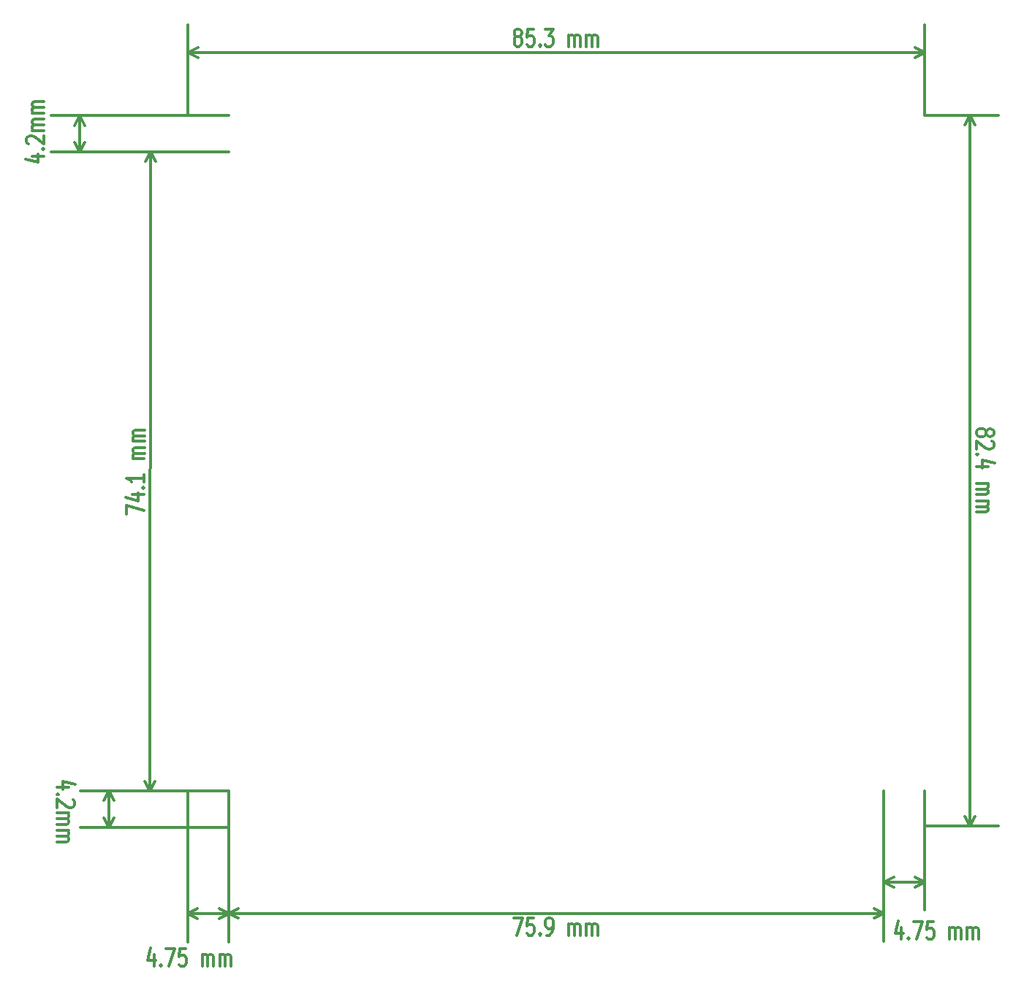
<source format=gbr>
G04 (created by PCBNEW (2013-04-21 BZR 4107)-testing) date Thursday, 13 June 2013 16:51:55*
%MOIN*%
G04 Gerber Fmt 3.4, Leading zero omitted, Abs format*
%FSLAX34Y34*%
G01*
G70*
G90*
G04 APERTURE LIST*
%ADD10C,2.3622e-06*%
%ADD11C,0.012*%
G04 APERTURE END LIST*
G54D10*
G54D11*
X76777Y-83625D02*
X77177Y-83625D01*
X76919Y-84425D01*
X77691Y-83625D02*
X77405Y-83625D01*
X77377Y-84006D01*
X77405Y-83968D01*
X77462Y-83930D01*
X77605Y-83930D01*
X77662Y-83968D01*
X77691Y-84006D01*
X77720Y-84083D01*
X77720Y-84273D01*
X77691Y-84349D01*
X77662Y-84387D01*
X77605Y-84425D01*
X77462Y-84425D01*
X77405Y-84387D01*
X77377Y-84349D01*
X77977Y-84349D02*
X78005Y-84387D01*
X77977Y-84425D01*
X77948Y-84387D01*
X77977Y-84349D01*
X77977Y-84425D01*
X78291Y-84425D02*
X78405Y-84425D01*
X78462Y-84387D01*
X78491Y-84349D01*
X78548Y-84235D01*
X78577Y-84083D01*
X78577Y-83778D01*
X78548Y-83702D01*
X78520Y-83664D01*
X78462Y-83625D01*
X78348Y-83625D01*
X78291Y-83664D01*
X78262Y-83702D01*
X78234Y-83778D01*
X78234Y-83968D01*
X78262Y-84044D01*
X78291Y-84083D01*
X78348Y-84121D01*
X78462Y-84121D01*
X78520Y-84083D01*
X78548Y-84044D01*
X78577Y-83968D01*
X79291Y-84425D02*
X79291Y-83892D01*
X79291Y-83968D02*
X79320Y-83930D01*
X79377Y-83892D01*
X79462Y-83892D01*
X79520Y-83930D01*
X79548Y-84006D01*
X79548Y-84425D01*
X79548Y-84006D02*
X79577Y-83930D01*
X79634Y-83892D01*
X79720Y-83892D01*
X79777Y-83930D01*
X79805Y-84006D01*
X79805Y-84425D01*
X80091Y-84425D02*
X80091Y-83892D01*
X80091Y-83968D02*
X80120Y-83930D01*
X80177Y-83892D01*
X80262Y-83892D01*
X80320Y-83930D01*
X80348Y-84006D01*
X80348Y-84425D01*
X80348Y-84006D02*
X80377Y-83930D01*
X80434Y-83892D01*
X80520Y-83892D01*
X80577Y-83930D01*
X80605Y-84006D01*
X80605Y-84425D01*
X93661Y-83424D02*
X63780Y-83424D01*
X93661Y-77844D02*
X93661Y-84704D01*
X63780Y-77844D02*
X63780Y-84704D01*
X63780Y-83424D02*
X64223Y-83194D01*
X63780Y-83424D02*
X64223Y-83654D01*
X93661Y-83424D02*
X93218Y-83194D01*
X93661Y-83424D02*
X93218Y-83654D01*
X94464Y-84070D02*
X94464Y-84603D01*
X94321Y-83765D02*
X94178Y-84337D01*
X94550Y-84337D01*
X94778Y-84527D02*
X94807Y-84565D01*
X94778Y-84603D01*
X94750Y-84565D01*
X94778Y-84527D01*
X94778Y-84603D01*
X95007Y-83803D02*
X95407Y-83803D01*
X95150Y-84603D01*
X95921Y-83803D02*
X95635Y-83803D01*
X95607Y-84184D01*
X95635Y-84146D01*
X95693Y-84108D01*
X95835Y-84108D01*
X95893Y-84146D01*
X95921Y-84184D01*
X95950Y-84261D01*
X95950Y-84451D01*
X95921Y-84527D01*
X95893Y-84565D01*
X95835Y-84603D01*
X95693Y-84603D01*
X95635Y-84565D01*
X95607Y-84527D01*
X96664Y-84603D02*
X96664Y-84070D01*
X96664Y-84146D02*
X96693Y-84108D01*
X96750Y-84070D01*
X96835Y-84070D01*
X96893Y-84108D01*
X96921Y-84184D01*
X96921Y-84603D01*
X96921Y-84184D02*
X96950Y-84108D01*
X97007Y-84070D01*
X97093Y-84070D01*
X97150Y-84108D01*
X97178Y-84184D01*
X97178Y-84603D01*
X97464Y-84603D02*
X97464Y-84070D01*
X97464Y-84146D02*
X97493Y-84108D01*
X97550Y-84070D01*
X97635Y-84070D01*
X97693Y-84108D01*
X97721Y-84184D01*
X97721Y-84603D01*
X97721Y-84184D02*
X97750Y-84108D01*
X97807Y-84070D01*
X97893Y-84070D01*
X97950Y-84108D01*
X97978Y-84184D01*
X97978Y-84603D01*
X93661Y-82007D02*
X95531Y-82007D01*
X93661Y-77844D02*
X93661Y-83287D01*
X95531Y-77844D02*
X95531Y-83287D01*
X95531Y-82007D02*
X95088Y-82237D01*
X95531Y-82007D02*
X95088Y-81777D01*
X93661Y-82007D02*
X94104Y-82237D01*
X93661Y-82007D02*
X94104Y-81777D01*
X60369Y-85300D02*
X60369Y-85833D01*
X60226Y-84995D02*
X60083Y-85567D01*
X60455Y-85567D01*
X60683Y-85757D02*
X60712Y-85795D01*
X60683Y-85833D01*
X60655Y-85795D01*
X60683Y-85757D01*
X60683Y-85833D01*
X60912Y-85033D02*
X61312Y-85033D01*
X61055Y-85833D01*
X61826Y-85033D02*
X61540Y-85033D01*
X61512Y-85414D01*
X61540Y-85376D01*
X61598Y-85338D01*
X61740Y-85338D01*
X61798Y-85376D01*
X61826Y-85414D01*
X61855Y-85491D01*
X61855Y-85681D01*
X61826Y-85757D01*
X61798Y-85795D01*
X61740Y-85833D01*
X61598Y-85833D01*
X61540Y-85795D01*
X61512Y-85757D01*
X62569Y-85833D02*
X62569Y-85300D01*
X62569Y-85376D02*
X62598Y-85338D01*
X62655Y-85300D01*
X62740Y-85300D01*
X62798Y-85338D01*
X62826Y-85414D01*
X62826Y-85833D01*
X62826Y-85414D02*
X62855Y-85338D01*
X62912Y-85300D01*
X62998Y-85300D01*
X63055Y-85338D01*
X63083Y-85414D01*
X63083Y-85833D01*
X63369Y-85833D02*
X63369Y-85300D01*
X63369Y-85376D02*
X63398Y-85338D01*
X63455Y-85300D01*
X63540Y-85300D01*
X63598Y-85338D01*
X63626Y-85414D01*
X63626Y-85833D01*
X63626Y-85414D02*
X63655Y-85338D01*
X63712Y-85300D01*
X63798Y-85300D01*
X63855Y-85338D01*
X63883Y-85414D01*
X63883Y-85833D01*
X63780Y-83444D02*
X61909Y-83444D01*
X63780Y-77844D02*
X63780Y-84724D01*
X61909Y-77844D02*
X61909Y-84724D01*
X61909Y-83444D02*
X62352Y-83214D01*
X61909Y-83444D02*
X62352Y-83674D01*
X63780Y-83444D02*
X63337Y-83214D01*
X63780Y-83444D02*
X63337Y-83674D01*
X56490Y-77674D02*
X55957Y-77674D01*
X56795Y-77531D02*
X56223Y-77389D01*
X56223Y-77760D01*
X56033Y-77989D02*
X55995Y-78017D01*
X55957Y-77989D01*
X55995Y-77960D01*
X56033Y-77989D01*
X55957Y-77989D01*
X56680Y-78246D02*
X56719Y-78274D01*
X56757Y-78331D01*
X56757Y-78474D01*
X56719Y-78531D01*
X56680Y-78560D01*
X56604Y-78589D01*
X56528Y-78589D01*
X56414Y-78560D01*
X55957Y-78217D01*
X55957Y-78589D01*
X55957Y-78846D02*
X56490Y-78846D01*
X56414Y-78846D02*
X56452Y-78874D01*
X56490Y-78931D01*
X56490Y-79017D01*
X56452Y-79074D01*
X56376Y-79103D01*
X55957Y-79103D01*
X56376Y-79103D02*
X56452Y-79131D01*
X56490Y-79189D01*
X56490Y-79274D01*
X56452Y-79331D01*
X56376Y-79360D01*
X55957Y-79360D01*
X55957Y-79646D02*
X56490Y-79646D01*
X56414Y-79646D02*
X56452Y-79674D01*
X56490Y-79731D01*
X56490Y-79817D01*
X56452Y-79874D01*
X56376Y-79903D01*
X55957Y-79903D01*
X56376Y-79903D02*
X56452Y-79931D01*
X56490Y-79989D01*
X56490Y-80074D01*
X56452Y-80131D01*
X56376Y-80160D01*
X55957Y-80160D01*
X58308Y-77844D02*
X58308Y-79498D01*
X63780Y-77844D02*
X57028Y-77844D01*
X63780Y-79498D02*
X57028Y-79498D01*
X58308Y-79498D02*
X58078Y-79055D01*
X58308Y-79498D02*
X58538Y-79055D01*
X58308Y-77844D02*
X58078Y-78287D01*
X58308Y-77844D02*
X58538Y-78287D01*
X54828Y-48860D02*
X55361Y-48860D01*
X54523Y-49003D02*
X55095Y-49146D01*
X55095Y-48774D01*
X55285Y-48546D02*
X55323Y-48517D01*
X55361Y-48546D01*
X55323Y-48574D01*
X55285Y-48546D01*
X55361Y-48546D01*
X54638Y-48288D02*
X54600Y-48260D01*
X54561Y-48203D01*
X54561Y-48060D01*
X54600Y-48003D01*
X54638Y-47974D01*
X54714Y-47946D01*
X54790Y-47946D01*
X54904Y-47974D01*
X55361Y-48317D01*
X55361Y-47946D01*
X55361Y-47688D02*
X54828Y-47688D01*
X54904Y-47688D02*
X54866Y-47660D01*
X54828Y-47603D01*
X54828Y-47517D01*
X54866Y-47460D01*
X54942Y-47431D01*
X55361Y-47431D01*
X54942Y-47431D02*
X54866Y-47403D01*
X54828Y-47346D01*
X54828Y-47260D01*
X54866Y-47203D01*
X54942Y-47174D01*
X55361Y-47174D01*
X55361Y-46888D02*
X54828Y-46888D01*
X54904Y-46888D02*
X54866Y-46860D01*
X54828Y-46803D01*
X54828Y-46717D01*
X54866Y-46660D01*
X54942Y-46631D01*
X55361Y-46631D01*
X54942Y-46631D02*
X54866Y-46603D01*
X54828Y-46546D01*
X54828Y-46460D01*
X54866Y-46403D01*
X54942Y-46374D01*
X55361Y-46374D01*
X56978Y-48671D02*
X56978Y-47018D01*
X63780Y-48671D02*
X55698Y-48671D01*
X63780Y-47018D02*
X55698Y-47018D01*
X56978Y-47018D02*
X57208Y-47461D01*
X56978Y-47018D02*
X56748Y-47461D01*
X56978Y-48671D02*
X57208Y-48228D01*
X56978Y-48671D02*
X56748Y-48228D01*
X59130Y-65196D02*
X59131Y-64796D01*
X59930Y-65054D01*
X59398Y-64310D02*
X59932Y-64311D01*
X59093Y-64453D02*
X59664Y-64597D01*
X59665Y-64225D01*
X59856Y-63997D02*
X59894Y-63968D01*
X59932Y-63997D01*
X59894Y-64025D01*
X59856Y-63997D01*
X59932Y-63997D01*
X59933Y-63397D02*
X59933Y-63740D01*
X59933Y-63568D02*
X59133Y-63567D01*
X59247Y-63624D01*
X59323Y-63682D01*
X59361Y-63739D01*
X59934Y-62683D02*
X59401Y-62682D01*
X59477Y-62682D02*
X59439Y-62653D01*
X59401Y-62596D01*
X59401Y-62510D01*
X59440Y-62453D01*
X59516Y-62425D01*
X59935Y-62426D01*
X59516Y-62425D02*
X59440Y-62396D01*
X59402Y-62339D01*
X59402Y-62253D01*
X59440Y-62196D01*
X59516Y-62168D01*
X59935Y-62168D01*
X59936Y-61883D02*
X59402Y-61882D01*
X59479Y-61882D02*
X59441Y-61853D01*
X59403Y-61796D01*
X59403Y-61710D01*
X59441Y-61653D01*
X59517Y-61625D01*
X59936Y-61626D01*
X59517Y-61625D02*
X59441Y-61596D01*
X59403Y-61539D01*
X59403Y-61453D01*
X59441Y-61396D01*
X59518Y-61368D01*
X59937Y-61368D01*
X60227Y-48668D02*
X60197Y-77841D01*
X63780Y-48671D02*
X58947Y-48667D01*
X63750Y-77844D02*
X58917Y-77840D01*
X60197Y-77841D02*
X59967Y-77398D01*
X60197Y-77841D02*
X60428Y-77398D01*
X60227Y-48668D02*
X59996Y-49111D01*
X60227Y-48668D02*
X60457Y-49111D01*
X98332Y-61426D02*
X98370Y-61369D01*
X98408Y-61341D01*
X98484Y-61312D01*
X98522Y-61312D01*
X98598Y-61341D01*
X98637Y-61369D01*
X98675Y-61426D01*
X98675Y-61541D01*
X98637Y-61598D01*
X98598Y-61626D01*
X98522Y-61655D01*
X98484Y-61655D01*
X98408Y-61626D01*
X98370Y-61598D01*
X98332Y-61541D01*
X98332Y-61426D01*
X98294Y-61369D01*
X98256Y-61341D01*
X98179Y-61312D01*
X98027Y-61312D01*
X97951Y-61341D01*
X97913Y-61369D01*
X97875Y-61426D01*
X97875Y-61541D01*
X97913Y-61598D01*
X97951Y-61626D01*
X98027Y-61655D01*
X98179Y-61655D01*
X98256Y-61626D01*
X98294Y-61598D01*
X98332Y-61541D01*
X98598Y-61884D02*
X98637Y-61912D01*
X98675Y-61969D01*
X98675Y-62112D01*
X98637Y-62169D01*
X98598Y-62198D01*
X98522Y-62227D01*
X98446Y-62227D01*
X98332Y-62198D01*
X97875Y-61855D01*
X97875Y-62227D01*
X97951Y-62484D02*
X97913Y-62512D01*
X97875Y-62484D01*
X97913Y-62455D01*
X97951Y-62484D01*
X97875Y-62484D01*
X98408Y-63027D02*
X97875Y-63027D01*
X98713Y-62884D02*
X98141Y-62741D01*
X98141Y-63112D01*
X97875Y-63798D02*
X98408Y-63798D01*
X98332Y-63798D02*
X98370Y-63827D01*
X98408Y-63884D01*
X98408Y-63969D01*
X98370Y-64027D01*
X98294Y-64055D01*
X97875Y-64055D01*
X98294Y-64055D02*
X98370Y-64084D01*
X98408Y-64141D01*
X98408Y-64227D01*
X98370Y-64284D01*
X98294Y-64312D01*
X97875Y-64312D01*
X97875Y-64598D02*
X98408Y-64598D01*
X98332Y-64598D02*
X98370Y-64627D01*
X98408Y-64684D01*
X98408Y-64769D01*
X98370Y-64827D01*
X98294Y-64855D01*
X97875Y-64855D01*
X98294Y-64855D02*
X98370Y-64884D01*
X98408Y-64941D01*
X98408Y-65027D01*
X98370Y-65084D01*
X98294Y-65112D01*
X97875Y-65112D01*
X97597Y-47008D02*
X97597Y-79449D01*
X95512Y-47008D02*
X98877Y-47008D01*
X95512Y-79449D02*
X98877Y-79449D01*
X97597Y-79449D02*
X97367Y-79006D01*
X97597Y-79449D02*
X97827Y-79006D01*
X97597Y-47008D02*
X97367Y-47451D01*
X97597Y-47008D02*
X97827Y-47451D01*
X76919Y-43399D02*
X76862Y-43361D01*
X76834Y-43323D01*
X76805Y-43247D01*
X76805Y-43209D01*
X76834Y-43133D01*
X76862Y-43095D01*
X76919Y-43056D01*
X77034Y-43056D01*
X77091Y-43095D01*
X77119Y-43133D01*
X77148Y-43209D01*
X77148Y-43247D01*
X77119Y-43323D01*
X77091Y-43361D01*
X77034Y-43399D01*
X76919Y-43399D01*
X76862Y-43437D01*
X76834Y-43475D01*
X76805Y-43552D01*
X76805Y-43704D01*
X76834Y-43780D01*
X76862Y-43818D01*
X76919Y-43856D01*
X77034Y-43856D01*
X77091Y-43818D01*
X77119Y-43780D01*
X77148Y-43704D01*
X77148Y-43552D01*
X77119Y-43475D01*
X77091Y-43437D01*
X77034Y-43399D01*
X77691Y-43056D02*
X77405Y-43056D01*
X77377Y-43437D01*
X77405Y-43399D01*
X77462Y-43361D01*
X77605Y-43361D01*
X77662Y-43399D01*
X77691Y-43437D01*
X77720Y-43514D01*
X77720Y-43704D01*
X77691Y-43780D01*
X77662Y-43818D01*
X77605Y-43856D01*
X77462Y-43856D01*
X77405Y-43818D01*
X77377Y-43780D01*
X77977Y-43780D02*
X78005Y-43818D01*
X77977Y-43856D01*
X77948Y-43818D01*
X77977Y-43780D01*
X77977Y-43856D01*
X78205Y-43056D02*
X78577Y-43056D01*
X78377Y-43361D01*
X78462Y-43361D01*
X78520Y-43399D01*
X78548Y-43437D01*
X78577Y-43514D01*
X78577Y-43704D01*
X78548Y-43780D01*
X78520Y-43818D01*
X78462Y-43856D01*
X78291Y-43856D01*
X78234Y-43818D01*
X78205Y-43780D01*
X79291Y-43856D02*
X79291Y-43323D01*
X79291Y-43399D02*
X79320Y-43361D01*
X79377Y-43323D01*
X79462Y-43323D01*
X79520Y-43361D01*
X79548Y-43437D01*
X79548Y-43856D01*
X79548Y-43437D02*
X79577Y-43361D01*
X79634Y-43323D01*
X79720Y-43323D01*
X79777Y-43361D01*
X79805Y-43437D01*
X79805Y-43856D01*
X80091Y-43856D02*
X80091Y-43323D01*
X80091Y-43399D02*
X80120Y-43361D01*
X80177Y-43323D01*
X80262Y-43323D01*
X80320Y-43361D01*
X80348Y-43437D01*
X80348Y-43856D01*
X80348Y-43437D02*
X80377Y-43361D01*
X80434Y-43323D01*
X80520Y-43323D01*
X80577Y-43361D01*
X80605Y-43437D01*
X80605Y-43856D01*
X95512Y-44135D02*
X61929Y-44135D01*
X95512Y-47008D02*
X95512Y-42855D01*
X61929Y-47008D02*
X61929Y-42855D01*
X61929Y-44135D02*
X62372Y-43905D01*
X61929Y-44135D02*
X62372Y-44365D01*
X95512Y-44135D02*
X95069Y-43905D01*
X95512Y-44135D02*
X95069Y-44365D01*
M02*

</source>
